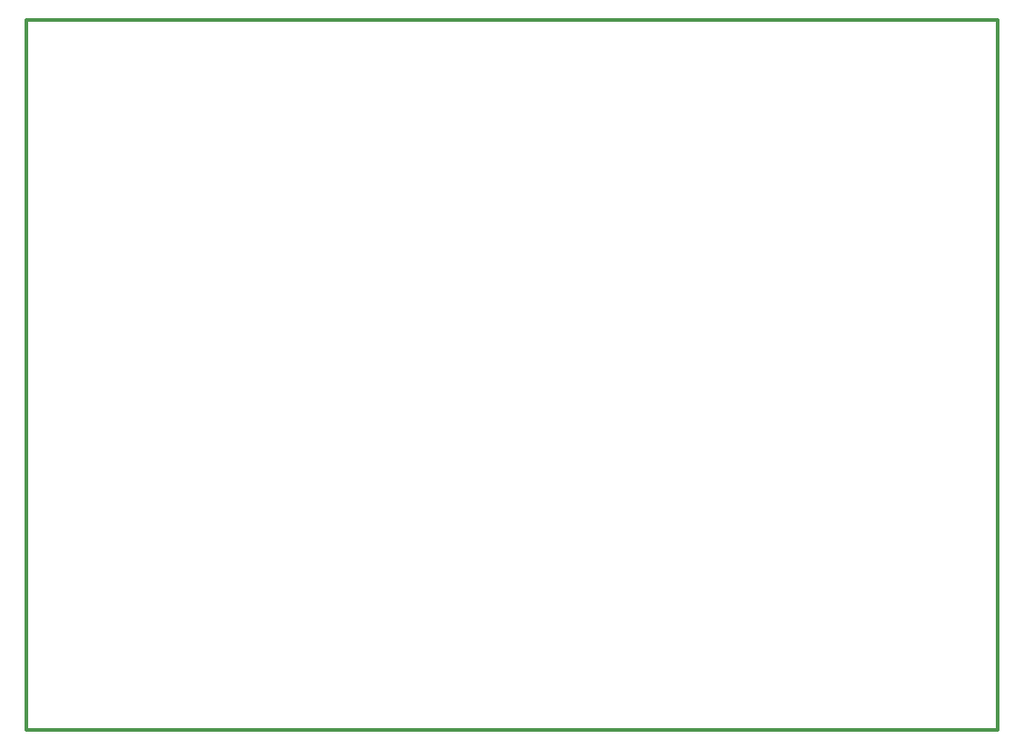
<source format=gbr>
G04 DesignSpark PCB Gerber Version 9.0 Build 5138 *
G04 #@! TF.Part,Single*
%FSLAX35Y35*%
%MOIN*%
%ADD70C,0.01200*%
X0Y0D02*
D02*
D70*
X83756Y600D02*
X440250D01*
Y261230*
X83756*
Y600*
X0Y0D02*
M02*

</source>
